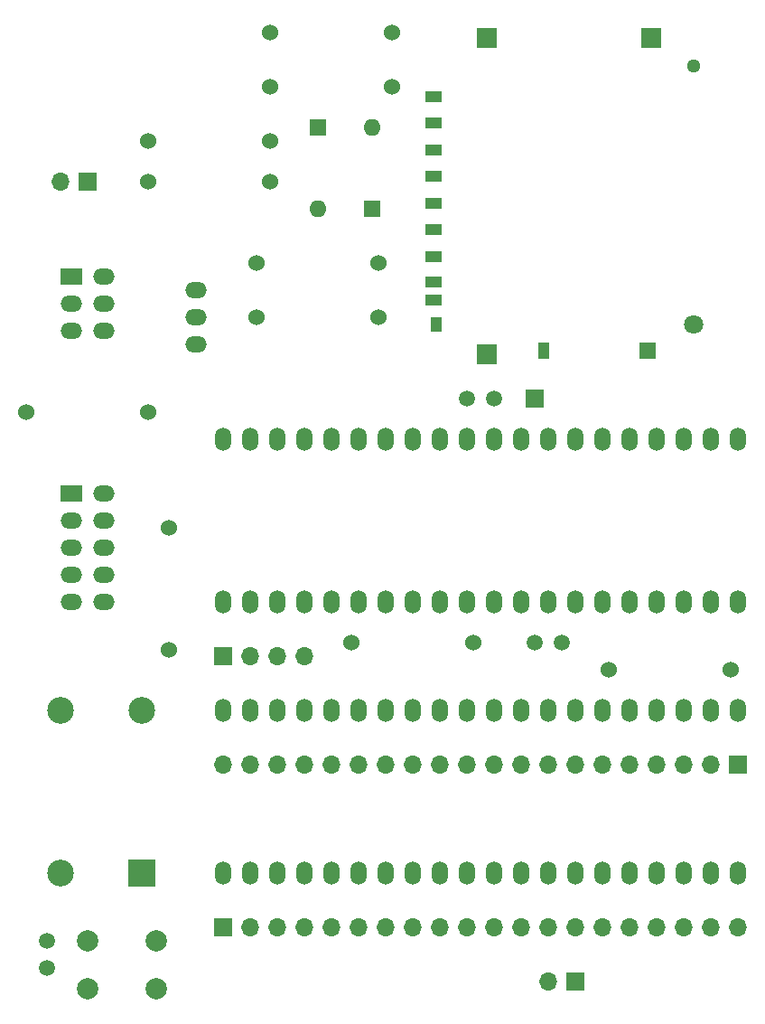
<source format=gts>
G04 #@! TF.FileFunction,Soldermask,Top*
%FSLAX46Y46*%
G04 Gerber Fmt 4.6, Leading zero omitted, Abs format (unit mm)*
G04 Created by KiCad (PCBNEW 4.0.7-e2-6376~60~ubuntu17.10.1) date Sun May  6 20:40:39 2018*
%MOMM*%
%LPD*%
G01*
G04 APERTURE LIST*
%ADD10C,0.100000*%
%ADD11C,1.501140*%
%ADD12R,1.559560X1.049020*%
%ADD13R,1.099820X1.348740*%
%ADD14R,1.899920X1.899920*%
%ADD15R,1.099820X1.600200*%
%ADD16R,1.600200X1.600200*%
%ADD17C,1.300480*%
%ADD18C,1.800860*%
%ADD19R,1.600000X1.600000*%
%ADD20O,1.600000X1.600000*%
%ADD21O,1.501140X2.199640*%
%ADD22R,2.000000X1.500000*%
%ADD23O,2.000000X1.500000*%
%ADD24R,1.700000X1.700000*%
%ADD25O,1.700000X1.700000*%
%ADD26C,1.524000*%
%ADD27O,1.998980X1.501140*%
%ADD28C,2.000000*%
%ADD29R,2.500000X2.500000*%
%ADD30C,2.500000*%
G04 APERTURE END LIST*
D10*
D11*
X160020000Y-102870000D03*
X162560000Y-102870000D03*
X156210000Y-80010000D03*
X153670000Y-80010000D03*
X114300000Y-130810000D03*
X114300000Y-133350000D03*
D12*
X150555960Y-51689000D03*
X150555960Y-54188360D03*
X150555960Y-56690260D03*
X150555960Y-59189620D03*
X150555960Y-61688980D03*
X150555960Y-64188340D03*
X150555960Y-66690240D03*
X150555960Y-69108320D03*
X150555960Y-70810120D03*
D13*
X150784560Y-73088500D03*
D14*
X155524200Y-46210220D03*
X170975020Y-46210220D03*
X155524200Y-75829160D03*
D15*
X160924240Y-75509120D03*
D16*
X170594020Y-75559920D03*
D17*
X174924720Y-48859440D03*
D18*
X174924720Y-73060560D03*
D19*
X144780000Y-62230000D03*
D20*
X144780000Y-54610000D03*
D19*
X139700000Y-54610000D03*
D20*
X139700000Y-62230000D03*
D21*
X130810000Y-99060000D03*
X133350000Y-99060000D03*
X135890000Y-99060000D03*
X138430000Y-99060000D03*
X140970000Y-99060000D03*
X143510000Y-99060000D03*
X146050000Y-99060000D03*
X148590000Y-99060000D03*
X151130000Y-99060000D03*
X153670000Y-99060000D03*
X156210000Y-99060000D03*
X158750000Y-99060000D03*
X161290000Y-99060000D03*
X163830000Y-99060000D03*
X166370000Y-99060000D03*
X168910000Y-99060000D03*
X171450000Y-99060000D03*
X173990000Y-99060000D03*
X176530000Y-99060000D03*
X179070000Y-99060000D03*
X179070000Y-83820000D03*
X176530000Y-83820000D03*
X173990000Y-83820000D03*
X171450000Y-83820000D03*
X168910000Y-83820000D03*
X166370000Y-83820000D03*
X163830000Y-83820000D03*
X161290000Y-83820000D03*
X158750000Y-83820000D03*
X156210000Y-83820000D03*
X153670000Y-83820000D03*
X151130000Y-83820000D03*
X148590000Y-83820000D03*
X146050000Y-83820000D03*
X143510000Y-83820000D03*
X140970000Y-83820000D03*
X138430000Y-83820000D03*
X135890000Y-83820000D03*
X133350000Y-83820000D03*
X130810000Y-83820000D03*
D22*
X116590000Y-68580000D03*
D23*
X119630000Y-68580000D03*
X116590000Y-71120000D03*
X119630000Y-71120000D03*
X116590000Y-73660000D03*
X119630000Y-73660000D03*
D24*
X130810000Y-104140000D03*
D25*
X133350000Y-104140000D03*
X135890000Y-104140000D03*
X138430000Y-104140000D03*
D24*
X118110000Y-59690000D03*
D25*
X115570000Y-59690000D03*
D24*
X163830000Y-134620000D03*
D25*
X161290000Y-134620000D03*
D24*
X160020000Y-80010000D03*
D23*
X116590000Y-99060000D03*
X119630000Y-99060000D03*
X119630000Y-96520000D03*
X116590000Y-96520000D03*
D22*
X116590000Y-88900000D03*
D23*
X119630000Y-88900000D03*
X116590000Y-91440000D03*
X119630000Y-91440000D03*
X116590000Y-93980000D03*
X119630000Y-93980000D03*
D24*
X179070000Y-114300000D03*
D25*
X176530000Y-114300000D03*
X173990000Y-114300000D03*
X171450000Y-114300000D03*
X168910000Y-114300000D03*
X166370000Y-114300000D03*
X163830000Y-114300000D03*
X161290000Y-114300000D03*
X158750000Y-114300000D03*
X156210000Y-114300000D03*
X153670000Y-114300000D03*
X151130000Y-114300000D03*
X148590000Y-114300000D03*
X146050000Y-114300000D03*
X143510000Y-114300000D03*
X140970000Y-114300000D03*
X138430000Y-114300000D03*
X135890000Y-114300000D03*
X133350000Y-114300000D03*
X130810000Y-114300000D03*
D21*
X179070000Y-109220000D03*
X176530000Y-109220000D03*
X173990000Y-109220000D03*
X171450000Y-109220000D03*
X168910000Y-109220000D03*
X166370000Y-109220000D03*
X163830000Y-109220000D03*
X161290000Y-109220000D03*
X158750000Y-109220000D03*
X156210000Y-109220000D03*
X153670000Y-109220000D03*
X151130000Y-109220000D03*
X148590000Y-109220000D03*
X146050000Y-109220000D03*
X143510000Y-109220000D03*
X140970000Y-109220000D03*
X138430000Y-109220000D03*
X135890000Y-109220000D03*
X133350000Y-109220000D03*
X130810000Y-109220000D03*
X130810000Y-124460000D03*
X133350000Y-124460000D03*
X135890000Y-124460000D03*
X138430000Y-124460000D03*
X140970000Y-124460000D03*
X143510000Y-124460000D03*
X146050000Y-124460000D03*
X148590000Y-124460000D03*
X151130000Y-124460000D03*
X153670000Y-124460000D03*
X156210000Y-124460000D03*
X158750000Y-124460000D03*
X161290000Y-124460000D03*
X163830000Y-124460000D03*
X166370000Y-124460000D03*
X168910000Y-124460000D03*
X171450000Y-124460000D03*
X173990000Y-124460000D03*
X176530000Y-124460000D03*
X179070000Y-124460000D03*
D24*
X130810000Y-129540000D03*
D25*
X133350000Y-129540000D03*
X135890000Y-129540000D03*
X138430000Y-129540000D03*
X140970000Y-129540000D03*
X143510000Y-129540000D03*
X146050000Y-129540000D03*
X148590000Y-129540000D03*
X151130000Y-129540000D03*
X153670000Y-129540000D03*
X156210000Y-129540000D03*
X158750000Y-129540000D03*
X161290000Y-129540000D03*
X163830000Y-129540000D03*
X166370000Y-129540000D03*
X168910000Y-129540000D03*
X171450000Y-129540000D03*
X173990000Y-129540000D03*
X176530000Y-129540000D03*
X179070000Y-129540000D03*
D26*
X167005000Y-105410000D03*
X178435000Y-105410000D03*
X135255000Y-45720000D03*
X146685000Y-45720000D03*
X123825000Y-55880000D03*
X135255000Y-55880000D03*
X145415000Y-72390000D03*
X133985000Y-72390000D03*
X125730000Y-92075000D03*
X125730000Y-103505000D03*
X154305000Y-102870000D03*
X142875000Y-102870000D03*
X146685000Y-50800000D03*
X135255000Y-50800000D03*
X135255000Y-59690000D03*
X123825000Y-59690000D03*
X145415000Y-67310000D03*
X133985000Y-67310000D03*
X123825000Y-81280000D03*
X112395000Y-81280000D03*
D27*
X128270000Y-69850000D03*
X128270000Y-72390000D03*
X128270000Y-74930000D03*
D28*
X118110000Y-135310000D03*
X118110000Y-130810000D03*
X124610000Y-135310000D03*
X124610000Y-130810000D03*
D29*
X123190000Y-124460000D03*
D30*
X115570000Y-124460000D03*
X115570000Y-109220000D03*
X123190000Y-109220000D03*
M02*

</source>
